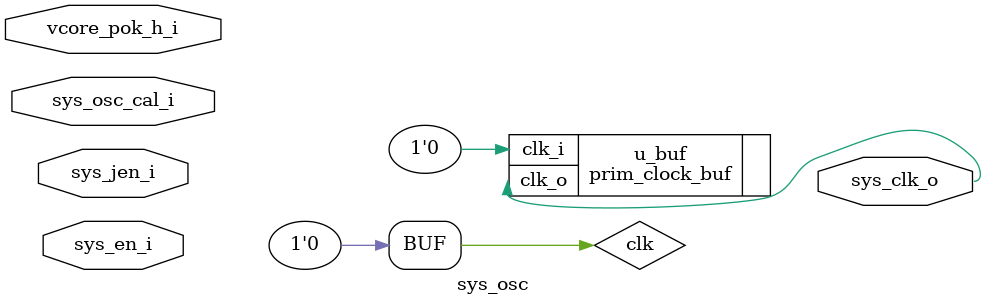
<source format=sv>

module sys_osc (
  input vcore_pok_h_i,    // VCORE POK @3.3V
  input sys_en_i,         // System Source Clock Enable
  input sys_jen_i,        // System Source Clock Jitter Enable
  input sys_osc_cal_i,    // System Oscillator Calibrated
`ifdef AST_BYPASS_CLK
  input clk_sys_ext_i,    // FPGA/VERILATOR Clock input
`endif
  output logic sys_clk_o  // System Clock Output
);

`ifndef AST_BYPASS_CLK
`ifndef SYNTHESIS
// Behavioral Model
////////////////////////////////////////
timeunit  1ns / 1ps;

real CLK_PERIOD;

reg init_start;
initial init_start = 1'b0;
logic cal_sys_clk_70mhz = 1'b0;
logic [16-1:0] jrate, jrate_cnt;

initial begin
  jrate = 16'(1 << $urandom_range(7, 0)) - 1'b1;
  void'($value$plusargs("cal_sys_clk_70mhz=%0b", cal_sys_clk_70mhz));
  #1;
  init_start  = 1'b1;
  #1;
  $display("\n%m: System Clock Power-up Frequency: %0d Hz", $rtoi(10**9/CLK_PERIOD));
end

// Enable 5us RC Delay on rise
wire en_osc_re_buf, en_osc_re, sys_jen;
buf #(ast_bhv_pkg::SYS_EN_RDLY, 0) b0 (en_osc_re_buf, (vcore_pok_h_i && sys_en_i));
assign en_osc_re = en_osc_re_buf && init_start;
assign sys_jen = sys_jen_i && en_osc_re_buf && init_start;

// Clock Oscillator
////////////////////////////////////////
real CalSysClkPeriod, UncSysClkPeriod, SysClkPeriod, jitter;

initial CalSysClkPeriod = cal_sys_clk_70mhz ? $itor( 14286 ) :    // 14286ps (70MHz)
                                              $itor( 10000 );     // 10000ps (100MHz)

initial UncSysClkPeriod = $itor( $urandom_range(40000, 16667) );  // 40000-16667ps (25-60MHz)

assign SysClkPeriod = (sys_osc_cal_i && init_start) ? CalSysClkPeriod : UncSysClkPeriod;

logic clk;

// -20% Jitter on calibrated frequency
always_ff (* xprop_off *) @( posedge clk, negedge vcore_pok_h_i ) begin
  if ( !vcore_pok_h_i ) begin
    jitter <= 0.0;
    jrate_cnt <= '0;
  end else if ( !sys_jen ) begin
    jrate_cnt <= '0;
    jitter <= 0.0;
  end else if ( jrate_cnt == '0 ) begin
    jrate_cnt <= jrate;
    jitter <= cal_sys_clk_70mhz ? $itor($urandom_range(3571, 0)) :  // 56MHz - 70MHz
                                  $itor($urandom_range(2500, 0));   // 80MHz - 100MHz
  end else if ( jrate_cnt > '0 ) begin
    jrate_cnt <= jrate_cnt - 1'b1;
  end
end

assign CLK_PERIOD = (SysClkPeriod + jitter)/1000;

// Free running oscillator
reg clk_osc;
initial clk_osc = 1'b1;

always begin
  #(CLK_PERIOD/2) clk_osc = ~clk_osc;
end

logic en_osc;

// HDL Clock Gate
logic en_clk;

always_latch begin
  if ( !clk_osc ) en_clk = en_osc;
end

assign clk = clk_osc && en_clk;
`else  // of SYNTHESIS
// SYNTHESIS/LINTER
///////////////////////////////////////
logic en_osc_re;
assign en_osc_re = vcore_pok_h_i && sys_en_i;

logic clk, en_osc;
assign clk = 1'b0;
`endif  // of SYNTHESIS
`else  // of AST_BYPASS_CLK
// VERILATOR/FPGA
///////////////////////////////////////
logic en_osc_re;
assign en_osc_re = vcore_pok_h_i && sys_en_i;

// Clock Oscillator
////////////////////////////////////////
logic clk, en_osc;

prim_clock_gating #(
  .NoFpgaGate ( 1'b1 )
) u_clk_ckgt (
  .clk_i ( clk_sys_ext_i ),
  .en_i ( en_osc ),
  .test_en_i ( 1'b0 ),
  .clk_o ( clk )
);
`endif

logic en_osc_fe;

// Synchronize en_osc to clk FE for glitch free disable
always_ff @( negedge clk, negedge vcore_pok_h_i ) begin
  if ( !vcore_pok_h_i ) begin
    en_osc_fe <= 1'b0;
  end else begin
    en_osc_fe <= en_osc_re;
  end
end

assign en_osc = en_osc_re || en_osc_fe;  // EN -> 1 || EN -> 0

// Clock Output Buffer
////////////////////////////////////////
prim_clock_buf #(
  .NoFpgaBuf ( 1'b1 )
) u_buf (
  .clk_i ( clk ),
  .clk_o ( sys_clk_o )
);


`ifdef SYNTHESIS
/////////////////////////
// Unused Signals
/////////////////////////
logic unused_sigs;
assign unused_sigs = ^{ sys_osc_cal_i, sys_jen_i };
`endif

endmodule : sys_osc

</source>
